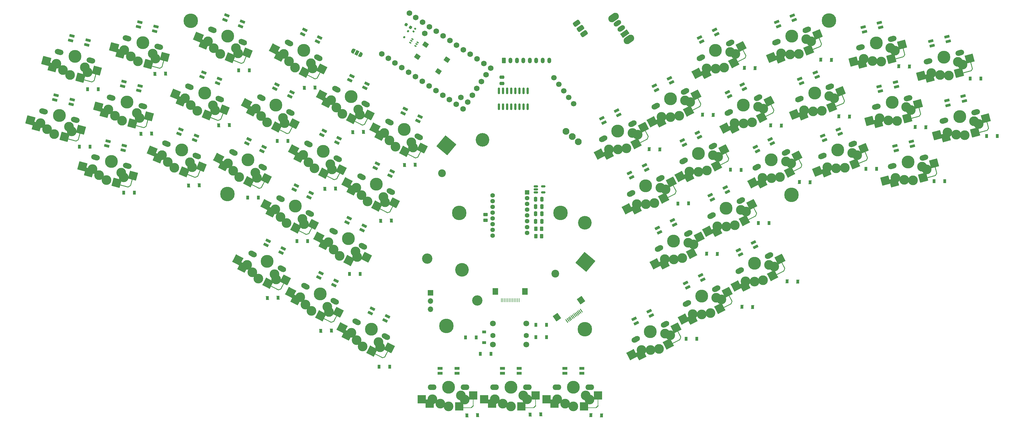
<source format=gbr>
%TF.GenerationSoftware,KiCad,Pcbnew,(6.0.4)*%
%TF.CreationDate,2023-01-07T15:23:17+01:00*%
%TF.ProjectId,Batreeq36,42617472-6565-4713-9336-2e6b69636164,rev?*%
%TF.SameCoordinates,Original*%
%TF.FileFunction,Soldermask,Bot*%
%TF.FilePolarity,Negative*%
%FSLAX46Y46*%
G04 Gerber Fmt 4.6, Leading zero omitted, Abs format (unit mm)*
G04 Created by KiCad (PCBNEW (6.0.4)) date 2023-01-07 15:23:17*
%MOMM*%
%LPD*%
G01*
G04 APERTURE LIST*
G04 Aperture macros list*
%AMRoundRect*
0 Rectangle with rounded corners*
0 $1 Rounding radius*
0 $2 $3 $4 $5 $6 $7 $8 $9 X,Y pos of 4 corners*
0 Add a 4 corners polygon primitive as box body*
4,1,4,$2,$3,$4,$5,$6,$7,$8,$9,$2,$3,0*
0 Add four circle primitives for the rounded corners*
1,1,$1+$1,$2,$3*
1,1,$1+$1,$4,$5*
1,1,$1+$1,$6,$7*
1,1,$1+$1,$8,$9*
0 Add four rect primitives between the rounded corners*
20,1,$1+$1,$2,$3,$4,$5,0*
20,1,$1+$1,$4,$5,$6,$7,0*
20,1,$1+$1,$6,$7,$8,$9,0*
20,1,$1+$1,$8,$9,$2,$3,0*%
%AMHorizOval*
0 Thick line with rounded ends*
0 $1 width*
0 $2 $3 position (X,Y) of the first rounded end (center of the circle)*
0 $4 $5 position (X,Y) of the second rounded end (center of the circle)*
0 Add line between two ends*
20,1,$1,$2,$3,$4,$5,0*
0 Add two circle primitives to create the rounded ends*
1,1,$1,$2,$3*
1,1,$1,$4,$5*%
%AMRotRect*
0 Rectangle, with rotation*
0 The origin of the aperture is its center*
0 $1 length*
0 $2 width*
0 $3 Rotation angle, in degrees counterclockwise*
0 Add horizontal line*
21,1,$1,$2,0,0,$3*%
%AMFreePoly0*
4,1,22,0.550000,-0.750000,0.000000,-0.750000,0.000000,-0.745033,-0.079941,-0.743568,-0.215256,-0.701293,-0.333266,-0.622738,-0.424486,-0.514219,-0.481581,-0.384460,-0.499164,-0.250000,-0.500000,-0.250000,-0.500000,0.250000,-0.499164,0.250000,-0.499963,0.256109,-0.478152,0.396186,-0.417904,0.524511,-0.324059,0.630769,-0.204165,0.706417,-0.067858,0.745374,0.000000,0.744959,0.000000,0.750000,
0.550000,0.750000,0.550000,-0.750000,0.550000,-0.750000,$1*%
%AMFreePoly1*
4,1,20,0.000000,0.744959,0.073905,0.744508,0.209726,0.703889,0.328688,0.626782,0.421226,0.519385,0.479903,0.390333,0.500000,0.250000,0.500000,-0.250000,0.499851,-0.262216,0.476331,-0.402017,0.414519,-0.529596,0.319384,-0.634700,0.198574,-0.708877,0.061801,-0.746166,0.000000,-0.745033,0.000000,-0.750000,-0.550000,-0.750000,-0.550000,0.750000,0.000000,0.750000,0.000000,0.744959,
0.000000,0.744959,$1*%
G04 Aperture macros list end*
%ADD10RoundRect,0.082000X-0.718000X0.328000X-0.718000X-0.328000X0.718000X-0.328000X0.718000X0.328000X0*%
%ADD11C,3.000000*%
%ADD12HorizOval,1.701800X-0.482963X0.129410X0.482963X-0.129410X0*%
%ADD13C,3.987800*%
%ADD14RotRect,2.600000X2.600000X165.000000*%
%ADD15RotRect,2.550000X2.500000X165.000000*%
%ADD16RotRect,3.000000X0.250000X345.000000*%
%ADD17RoundRect,0.062500X-0.347636X-0.272877X0.410136X0.164623X0.347636X0.272877X-0.410136X-0.164623X0*%
%ADD18RotRect,4.000000X0.250000X75.000000*%
%ADD19HorizOval,1.701800X-0.445503X-0.226995X0.445503X0.226995X0*%
%ADD20RotRect,2.550000X2.500000X207.000000*%
%ADD21RotRect,2.600000X2.600000X207.000000*%
%ADD22RotRect,3.000000X0.250000X27.000000*%
%ADD23RoundRect,0.062500X-0.075754X-0.435401X0.194636X0.396774X0.075754X0.435401X-0.194636X-0.396774X0*%
%ADD24RotRect,4.000000X0.250000X117.000000*%
%ADD25RoundRect,0.082000X-0.778427X0.130992X-0.608642X-0.502656X0.778427X-0.130992X0.608642X0.502656X0*%
%ADD26C,4.500000*%
%ADD27HorizOval,1.701800X-0.482963X-0.129410X0.482963X0.129410X0*%
%ADD28RotRect,2.600000X2.600000X195.000000*%
%ADD29RotRect,2.550000X2.500000X195.000000*%
%ADD30RotRect,4.000000X0.250000X105.000000*%
%ADD31RoundRect,0.062500X-0.164623X-0.410136X0.272877X0.347636X0.164623X0.410136X-0.272877X-0.347636X0*%
%ADD32RotRect,3.000000X0.250000X15.000000*%
%ADD33RoundRect,0.082000X-0.490834X0.618215X-0.788652X0.033715X0.490834X-0.618215X0.788652X-0.033715X0*%
%ADD34RoundRect,0.082000X-0.788652X-0.033715X-0.490834X-0.618215X0.788652X0.033715X0.490834X0.618215X0*%
%ADD35HorizOval,1.701800X-0.445503X0.226995X0.445503X-0.226995X0*%
%ADD36RotRect,2.600000X2.600000X153.000000*%
%ADD37RotRect,2.550000X2.500000X153.000000*%
%ADD38RoundRect,0.082000X-0.608642X0.502656X-0.778427X-0.130992X0.608642X-0.502656X0.778427X0.130992X0*%
%ADD39C,1.752600*%
%ADD40RoundRect,0.375000X0.829455X0.123000X0.399273X0.737364X-0.829455X-0.123000X-0.399273X-0.737364X0*%
%ADD41RotRect,4.000000X0.250000X63.000000*%
%ADD42RoundRect,0.062500X-0.396774X-0.194636X0.435401X0.075754X0.396774X0.194636X-0.435401X-0.075754X0*%
%ADD43RotRect,3.000000X0.250000X333.000000*%
%ADD44O,2.701800X1.701800*%
%ADD45R,2.600000X2.600000*%
%ADD46R,2.550000X2.500000*%
%ADD47R,3.000000X0.250000*%
%ADD48R,0.250000X4.000000*%
%ADD49RoundRect,0.062500X-0.265165X-0.353553X0.353553X0.265165X0.265165X0.353553X-0.353553X-0.265165X0*%
%ADD50RoundRect,0.082000X-0.788589X0.035149X-0.542847X-0.573084X0.788589X-0.035149X0.542847X0.573084X0*%
%ADD51HorizOval,1.701800X-0.463592X-0.187303X0.463592X0.187303X0*%
%ADD52RotRect,2.600000X2.600000X202.000000*%
%ADD53RotRect,2.550000X2.500000X202.000000*%
%ADD54RotRect,3.000000X0.250000X22.000000*%
%ADD55RotRect,4.000000X0.250000X112.000000*%
%ADD56RoundRect,0.062500X-0.113413X-0.427142X0.228476X0.378300X0.113413X0.427142X-0.228476X-0.378300X0*%
%ADD57C,3.200000*%
%ADD58C,4.200000*%
%ADD59C,2.400000*%
%ADD60C,2.100000*%
%ADD61RotRect,4.400000X4.400000X140.000000*%
%ADD62HorizOval,1.701800X-0.463592X0.187303X0.463592X-0.187303X0*%
%ADD63RotRect,2.550000X2.500000X158.000000*%
%ADD64RotRect,2.600000X2.600000X158.000000*%
%ADD65RotRect,3.000000X0.250000X338.000000*%
%ADD66RotRect,4.000000X0.250000X68.000000*%
%ADD67RoundRect,0.062500X-0.378300X-0.228476X0.427142X0.113413X0.378300X0.228476X-0.427142X-0.113413X0*%
%ADD68R,1.700000X1.700000*%
%ADD69O,1.700000X1.700000*%
%ADD70C,1.800000*%
%ADD71C,1.600000*%
%ADD72RoundRect,0.082000X-0.542847X0.573084X-0.788589X-0.035149X0.542847X-0.573084X0.788589X0.035149X0*%
%ADD73C,1.700000*%
%ADD74HorizOval,1.700000X0.000000X0.000000X0.000000X0.000000X0*%
%ADD75HorizOval,2.200000X0.532449X0.372825X-0.532449X-0.372825X0*%
%ADD76RotRect,1.500000X2.500000X125.000000*%
%ADD77HorizOval,1.500000X0.409576X0.286788X-0.409576X-0.286788X0*%
%ADD78RotRect,0.900000X1.200000X358.000000*%
%ADD79R,0.900000X1.200000*%
%ADD80RotRect,0.650000X0.400000X148.000000*%
%ADD81RoundRect,0.150000X0.034471X-0.227896X0.219943X0.068921X-0.034471X0.227896X-0.219943X-0.068921X0*%
%ADD82RoundRect,0.250000X0.250000X0.475000X-0.250000X0.475000X-0.250000X-0.475000X0.250000X-0.475000X0*%
%ADD83R,0.280000X1.250000*%
%ADD84R,1.800000X2.000000*%
%ADD85RotRect,0.900000X1.200000X2.000000*%
%ADD86RoundRect,0.150000X0.150000X-0.825000X0.150000X0.825000X-0.150000X0.825000X-0.150000X-0.825000X0*%
%ADD87RoundRect,0.140000X-0.069979X0.208813X-0.218357X-0.028640X0.069979X-0.208813X0.218357X0.028640X0*%
%ADD88RotRect,0.280000X1.250000X35.000000*%
%ADD89RotRect,1.800000X2.000000X35.000000*%
%ADD90RoundRect,0.250000X0.262500X0.450000X-0.262500X0.450000X-0.262500X-0.450000X0.262500X-0.450000X0*%
%ADD91RoundRect,0.250000X-0.262500X-0.450000X0.262500X-0.450000X0.262500X0.450000X-0.262500X0.450000X0*%
%ADD92RotRect,0.900000X1.200000X1.000000*%
%ADD93RoundRect,0.250000X0.450000X-0.262500X0.450000X0.262500X-0.450000X0.262500X-0.450000X-0.262500X0*%
%ADD94FreePoly0,153.000000*%
%ADD95RotRect,1.000000X1.500000X153.000000*%
%ADD96FreePoly1,153.000000*%
%ADD97RoundRect,0.218750X-0.321302X-0.101392X0.049719X-0.333232X0.321302X0.101392X-0.049719X0.333232X0*%
%ADD98RotRect,0.900000X1.200000X359.000000*%
%ADD99R,1.200000X0.900000*%
%ADD100RoundRect,0.250000X-0.250000X-0.475000X0.250000X-0.475000X0.250000X0.475000X-0.250000X0.475000X0*%
%ADD101R,1.400000X1.400000*%
%ADD102C,1.400000*%
%ADD103RoundRect,0.150000X-0.512500X-0.150000X0.512500X-0.150000X0.512500X0.150000X-0.512500X0.150000X0*%
%ADD104RoundRect,0.250000X0.475000X-0.250000X0.475000X0.250000X-0.475000X0.250000X-0.475000X-0.250000X0*%
%ADD105RotRect,1.600000X1.400000X325.000000*%
%ADD106RoundRect,0.250000X-0.350000X-0.625000X0.350000X-0.625000X0.350000X0.625000X-0.350000X0.625000X0*%
%ADD107O,1.200000X1.750000*%
G04 APERTURE END LIST*
D10*
%TO.C,D73*%
X239840436Y-173514437D03*
X239840436Y-175014437D03*
X245040436Y-175014437D03*
X245040436Y-173514437D03*
%TD*%
D11*
%TO.C,SW7*%
X98592421Y-93404918D03*
D12*
X99485719Y-89761990D03*
D11*
X102849463Y-96826621D03*
D13*
X104389436Y-91079362D03*
D12*
X109298500Y-92395418D03*
D11*
X108248494Y-95995678D03*
X107415399Y-94516343D03*
X100624370Y-95326294D03*
D14*
X95429014Y-92557285D03*
D15*
X97431697Y-94474244D03*
D14*
X106012871Y-97674253D03*
D16*
X108154148Y-98604182D03*
D17*
X109939451Y-98783023D03*
D18*
X110805368Y-96675723D03*
D15*
X111095576Y-95502444D03*
%TD*%
D11*
%TO.C,SW26*%
X301161184Y-146242255D03*
D19*
X293934275Y-143242996D03*
D11*
X304617437Y-142012088D03*
X303008459Y-141470177D03*
D19*
X302988699Y-138633982D03*
D13*
X298459941Y-140940766D03*
D11*
X298503703Y-146616173D03*
X295708020Y-146547951D03*
D20*
X295560952Y-148119292D03*
D21*
X292789973Y-148034770D03*
D22*
X306292755Y-144013713D03*
D23*
X307739161Y-142952018D03*
D20*
X306403194Y-139740473D03*
D21*
X304079231Y-144755436D03*
D24*
X306972603Y-140806577D03*
%TD*%
D25*
%TO.C,D42*%
X341967477Y-104647526D03*
X342355705Y-106096415D03*
X347378520Y-104750556D03*
X346990291Y-103301667D03*
%TD*%
D11*
%TO.C,SW40*%
X102542589Y-112933990D03*
X97976653Y-115244268D03*
X93719611Y-111822565D03*
X95751560Y-113743941D03*
D12*
X94612909Y-108179637D03*
D11*
X103375684Y-114413325D03*
D13*
X99516626Y-109497009D03*
D12*
X104425690Y-110813065D03*
D15*
X92558887Y-112891891D03*
D14*
X90556204Y-110974932D03*
D18*
X105932558Y-115093370D03*
D16*
X103281338Y-117021829D03*
D17*
X105066641Y-117200670D03*
D15*
X106222766Y-113920091D03*
D14*
X101140061Y-116091900D03*
%TD*%
D26*
%TO.C,H10*%
X238452436Y-125369438D03*
%TD*%
D27*
%TO.C,SW44*%
X366927533Y-94275404D03*
D11*
X363558105Y-101337457D03*
D13*
X362018131Y-95590199D03*
D27*
X357112702Y-96901180D03*
D11*
X360880954Y-101150683D03*
X358160547Y-100502696D03*
X366357183Y-97053730D03*
X367818332Y-97918324D03*
D28*
X354997140Y-101350328D03*
D29*
X357689993Y-102009123D03*
D30*
X370372672Y-97228823D03*
D28*
X366721513Y-100489825D03*
D31*
X370676416Y-99486757D03*
D32*
X369040879Y-100224528D03*
D29*
X370037360Y-96067629D03*
%TD*%
D11*
%TO.C,SW34*%
X334996043Y-78403057D03*
X332275636Y-77755070D03*
X341933421Y-75170698D03*
D13*
X336133220Y-72842573D03*
D27*
X331227791Y-74153554D03*
D11*
X337673194Y-78589831D03*
D27*
X341042622Y-71527778D03*
D11*
X340472272Y-74306104D03*
D28*
X329112229Y-78602702D03*
D29*
X331805082Y-79261497D03*
D30*
X344487761Y-74481197D03*
D29*
X344152449Y-73320003D03*
D28*
X340836602Y-77742199D03*
D31*
X344791505Y-76739131D03*
D32*
X343155968Y-77476902D03*
%TD*%
D33*
%TO.C,D85*%
X148049543Y-133999589D03*
X147368557Y-135336098D03*
X152001791Y-137696849D03*
X152682777Y-136360339D03*
%TD*%
D11*
%TO.C,SW39*%
X77609049Y-97598565D03*
X81866091Y-101020268D03*
D12*
X78502347Y-93955637D03*
D13*
X83406064Y-95273009D03*
D11*
X86432027Y-98709990D03*
X87265122Y-100189325D03*
X79640998Y-99519941D03*
D12*
X88315128Y-96589065D03*
D14*
X74445642Y-96750932D03*
D15*
X76448325Y-98667891D03*
D14*
X85029499Y-101867900D03*
D16*
X87170776Y-102797829D03*
D15*
X90112204Y-99696091D03*
D17*
X88956079Y-102976670D03*
D18*
X89821996Y-100869370D03*
%TD*%
D26*
%TO.C,H8*%
X321563075Y-65876331D03*
%TD*%
D25*
%TO.C,D56*%
X337039123Y-86244201D03*
X337427351Y-87693090D03*
X342450166Y-86347231D03*
X342061937Y-84898342D03*
%TD*%
D34*
%TO.C,D50*%
X251211132Y-96101430D03*
X251892118Y-97437940D03*
X256525352Y-95077189D03*
X255844366Y-93740680D03*
%TD*%
D11*
%TO.C,SW20*%
X170111891Y-138675631D03*
X175058384Y-137365150D03*
X166659288Y-134443612D03*
D35*
X168290472Y-131066018D03*
X177341300Y-135682091D03*
D11*
X175565703Y-138985368D03*
X168247357Y-136745467D03*
D13*
X172813134Y-133374142D03*
D36*
X163741242Y-132956793D03*
D37*
X165301602Y-135248243D03*
X178453119Y-139094854D03*
D36*
X173029938Y-140162451D03*
%TD*%
D34*
%TO.C,D57*%
X267513306Y-86059334D03*
X268194292Y-87395844D03*
X272827526Y-85035093D03*
X272146540Y-83698584D03*
%TD*%
D38*
%TO.C,D48*%
X98517320Y-103190161D03*
X98129091Y-104639050D03*
X103151906Y-105984909D03*
X103540134Y-104536020D03*
%TD*%
D25*
%TO.C,D49*%
X357999283Y-90627961D03*
X358387511Y-92076850D03*
X363410326Y-90730991D03*
X363022097Y-89282102D03*
%TD*%
D39*
%TO.C,U1*%
X185174396Y-77582685D03*
X187280152Y-79003035D03*
X189385907Y-80423385D03*
X191491662Y-81843735D03*
X193597418Y-83264085D03*
X195703173Y-84684435D03*
X197808929Y-86104785D03*
X199914684Y-87525135D03*
X202020440Y-88945485D03*
X204126195Y-90365835D03*
X206231951Y-91786185D03*
X208348890Y-93189954D03*
X216859806Y-80572003D03*
X214754050Y-79151653D03*
X212648295Y-77731303D03*
X210542540Y-76310953D03*
X208436784Y-74890603D03*
X206331029Y-73470253D03*
X204225273Y-72049903D03*
X202119518Y-70629553D03*
X200013762Y-69209203D03*
X197908007Y-67788853D03*
X195802251Y-66368503D03*
X193696496Y-64948153D03*
X209758056Y-91100780D03*
X211178406Y-88995024D03*
X212598756Y-86889269D03*
X214019106Y-84783513D03*
X215439456Y-82677758D03*
X207652301Y-89680430D03*
X196510025Y-69861447D03*
X183171019Y-76207266D03*
X191693119Y-63572733D03*
%TD*%
D40*
%TO.C,J4*%
X243483662Y-66696862D03*
X244630815Y-68335166D03*
X245777968Y-69973470D03*
%TD*%
D26*
%TO.C,H9*%
X207131342Y-125369438D03*
%TD*%
D11*
%TO.C,SW21*%
X286671920Y-151641986D03*
X284824645Y-156414064D03*
D19*
X277597736Y-153414805D03*
X286652160Y-148805791D03*
D11*
X282167164Y-156787982D03*
X288280898Y-152183897D03*
X279371481Y-156719760D03*
D13*
X282123402Y-151112575D03*
D20*
X279224413Y-158291101D03*
D21*
X276453434Y-158206579D03*
D23*
X291402622Y-153123827D03*
D24*
X290636064Y-150978386D03*
D22*
X289956216Y-154185522D03*
D21*
X287742692Y-154927245D03*
D20*
X290066655Y-149912282D03*
%TD*%
D38*
%TO.C,D46*%
X87301632Y-70632043D03*
X86913403Y-72080932D03*
X91936218Y-73426791D03*
X92324446Y-71977902D03*
%TD*%
D11*
%TO.C,SW43*%
X350325377Y-111073295D03*
X342128741Y-114522261D03*
X351786526Y-111937889D03*
D27*
X350895727Y-108294969D03*
D11*
X347526299Y-115357022D03*
X344849148Y-115170248D03*
D27*
X341080896Y-110920745D03*
D13*
X345986325Y-109609764D03*
D29*
X341658187Y-116028688D03*
D28*
X338965334Y-115369893D03*
D31*
X354644610Y-113506322D03*
D30*
X354340866Y-111248388D03*
D29*
X354005554Y-110087194D03*
D32*
X353009073Y-114244093D03*
D28*
X350689707Y-114509390D03*
%TD*%
D11*
%TO.C,SW23*%
X270684394Y-139688841D03*
X279593811Y-135152978D03*
D19*
X268910649Y-136383886D03*
D13*
X273436315Y-134081656D03*
D19*
X277965073Y-131774872D03*
D11*
X276137558Y-139383145D03*
X273480077Y-139757063D03*
X277984833Y-134611067D03*
D21*
X267766347Y-141175660D03*
D20*
X270537326Y-141260182D03*
D21*
X279055605Y-137896326D03*
D20*
X281379568Y-132881363D03*
%TD*%
D34*
%TO.C,D51*%
X293496559Y-136926574D03*
X294177545Y-138263084D03*
X298810779Y-135902333D03*
X298129793Y-134565824D03*
%TD*%
D13*
%TO.C,SW25*%
X281102507Y-107002649D03*
D11*
X281146269Y-112678056D03*
X285651025Y-107532060D03*
D19*
X285631265Y-104695865D03*
D11*
X278350586Y-112609834D03*
X287260003Y-108073971D03*
X283803750Y-112304138D03*
D19*
X276576841Y-109304879D03*
D21*
X275432539Y-114096653D03*
D20*
X278203518Y-114181175D03*
X289045760Y-105802356D03*
D22*
X288935321Y-110075596D03*
D24*
X289615169Y-106868460D03*
D21*
X286721797Y-110817319D03*
D23*
X290381727Y-109013901D03*
%TD*%
D11*
%TO.C,SW4*%
X154471486Y-78477164D03*
X161282513Y-79096847D03*
X156336020Y-80407328D03*
X152883417Y-76175309D03*
D35*
X163565429Y-77413788D03*
D11*
X161789832Y-80717065D03*
D13*
X159037263Y-75105839D03*
D35*
X154514601Y-72797715D03*
D37*
X151525731Y-76979940D03*
D36*
X149965371Y-74688490D03*
D37*
X164677248Y-80826551D03*
D36*
X159254067Y-81894148D03*
D41*
X164149442Y-81913854D03*
D42*
X162864315Y-83795070D03*
D43*
X161155210Y-83248952D03*
%TD*%
D33*
%TO.C,D61*%
X150741594Y-85660019D03*
X150060608Y-86996528D03*
X154693842Y-89357279D03*
X155374828Y-88020769D03*
%TD*%
%TO.C,D84*%
X173146933Y-126997347D03*
X172465947Y-128333856D03*
X177099181Y-130694607D03*
X177780167Y-129358097D03*
%TD*%
D38*
%TO.C,D91*%
X82406758Y-88966161D03*
X82018529Y-90415050D03*
X87041344Y-91760909D03*
X87429572Y-90312020D03*
%TD*%
D33*
%TO.C,D90*%
X190426234Y-93211642D03*
X189745248Y-94548151D03*
X194378482Y-96908902D03*
X195059468Y-95572392D03*
%TD*%
D11*
%TO.C,SW8*%
X170955228Y-94704308D03*
D13*
X173656471Y-89402819D03*
D11*
X169090694Y-92774144D03*
D35*
X178184637Y-91710768D03*
D11*
X176409040Y-95014045D03*
X167502625Y-90472289D03*
X175901721Y-93393827D03*
D35*
X169133809Y-87094695D03*
D37*
X166144939Y-91276920D03*
D36*
X164584579Y-88985470D03*
D43*
X175774418Y-97545932D03*
D41*
X178768650Y-96210834D03*
D37*
X179296456Y-95123531D03*
D42*
X177483523Y-98092050D03*
D36*
X173873275Y-96191128D03*
%TD*%
D38*
%TO.C,D83*%
X103386944Y-84775086D03*
X102998715Y-86223975D03*
X108021530Y-87569834D03*
X108409758Y-86120945D03*
%TD*%
D44*
%TO.C,SW22*%
X237362848Y-179341129D03*
D13*
X242440436Y-179344437D03*
D11*
X247440436Y-183094436D03*
X242440436Y-185294437D03*
X239902848Y-184421129D03*
X246252848Y-181881129D03*
X237442848Y-183091129D03*
D44*
X247522848Y-179345090D03*
D45*
X234167848Y-183091129D03*
D46*
X236598436Y-184424437D03*
X250062848Y-181881129D03*
D47*
X248024436Y-185638476D03*
D48*
X250086195Y-183089541D03*
D49*
X249795192Y-185349153D03*
D45*
X245715437Y-185294437D03*
%TD*%
D10*
%TO.C,D59*%
X201234852Y-173514438D03*
X201234852Y-175014438D03*
X206434852Y-175014438D03*
X206434852Y-173514438D03*
%TD*%
D50*
%TO.C,D88*%
X319612761Y-101489393D03*
X320174670Y-102880169D03*
X324996026Y-100932215D03*
X324434117Y-99541439D03*
%TD*%
D26*
%TO.C,H3*%
X245972677Y-161342170D03*
%TD*%
D33*
%TO.C,D67*%
X159367411Y-68730898D03*
X158686425Y-70067407D03*
X163319659Y-72428158D03*
X164000645Y-71091648D03*
%TD*%
D11*
%TO.C,SW33*%
X313859720Y-93650404D03*
X323130561Y-89908308D03*
X316638820Y-93962027D03*
X321574936Y-89228228D03*
D51*
X312380771Y-90203433D03*
D11*
X319318777Y-93821147D03*
D13*
X317089868Y-88304403D03*
D51*
X321802443Y-86401103D03*
D52*
X310823193Y-94877241D03*
D53*
X313576261Y-95202948D03*
D54*
X324625050Y-92048331D03*
D52*
X322355305Y-92594310D03*
D55*
X325581833Y-88912651D03*
D53*
X325107507Y-87800977D03*
D56*
X326158485Y-91116738D03*
%TD*%
D11*
%TO.C,SW16*%
X166842288Y-156023644D03*
X161388476Y-155713907D03*
X157935873Y-151481888D03*
X166334969Y-154403426D03*
X159523942Y-153783743D03*
D35*
X159567057Y-148104294D03*
X168617885Y-152720367D03*
D13*
X164089719Y-150412418D03*
D36*
X155017827Y-149995069D03*
D37*
X156578187Y-152286519D03*
D43*
X166207666Y-158555531D03*
D42*
X167916771Y-159101649D03*
D37*
X169729704Y-156133130D03*
D36*
X164306523Y-157200727D03*
D41*
X169201898Y-157220433D03*
%TD*%
D11*
%TO.C,SW28*%
X290974536Y-75638313D03*
X289127261Y-80410391D03*
X283674097Y-80716087D03*
D13*
X286426018Y-75108902D03*
D11*
X292583514Y-76180224D03*
D19*
X281900352Y-77411132D03*
D11*
X286469780Y-80784309D03*
D19*
X290954776Y-72802118D03*
D21*
X280756050Y-82202906D03*
D20*
X283527029Y-82287428D03*
D22*
X294258832Y-78181849D03*
D24*
X294938680Y-74974713D03*
D21*
X292045308Y-78923572D03*
D23*
X295705238Y-77120154D03*
D20*
X294369271Y-73908609D03*
%TD*%
D35*
%TO.C,SW5*%
X145888783Y-89726836D03*
D11*
X153164014Y-97646186D03*
X147710202Y-97336449D03*
X144257599Y-93104430D03*
X152656695Y-96025968D03*
D13*
X150411445Y-92034960D03*
D35*
X154939611Y-94342909D03*
D11*
X145845668Y-95406285D03*
D36*
X141339553Y-91617611D03*
D37*
X142899913Y-93909061D03*
D36*
X150628249Y-98823269D03*
D42*
X154238497Y-100724191D03*
D37*
X156051430Y-97755672D03*
D41*
X155523624Y-98842975D03*
D43*
X152529392Y-100178073D03*
%TD*%
D34*
%TO.C,D72*%
X298714270Y-104952957D03*
X299395256Y-106289467D03*
X304028490Y-103928716D03*
X303347504Y-102592207D03*
%TD*%
D10*
%TO.C,D66*%
X220514848Y-173511130D03*
X220514848Y-175011130D03*
X225714848Y-175011130D03*
X225714848Y-173511130D03*
%TD*%
D57*
%TO.C,SW36*%
X197228052Y-139501819D03*
D58*
X207996008Y-142991378D03*
D59*
X201809741Y-113113345D03*
D57*
X212691390Y-152477497D03*
D59*
X236894041Y-144162398D03*
D58*
X245986230Y-128418738D03*
X214365675Y-102810086D03*
D60*
X243984085Y-103369716D03*
X240153863Y-100155778D03*
X242068974Y-101762747D03*
D61*
X246205658Y-140541280D03*
X203178553Y-104440241D03*
%TD*%
D35*
%TO.C,SW15*%
X160932999Y-125569020D03*
D11*
X153703590Y-128562560D03*
X150250987Y-124330541D03*
D13*
X156404833Y-123261071D03*
D11*
X158650083Y-127252079D03*
X151839056Y-126632396D03*
X159157402Y-128872297D03*
D35*
X151882171Y-120952947D03*
D36*
X147332941Y-122843722D03*
D37*
X148893301Y-125135172D03*
D43*
X158522780Y-131404184D03*
D41*
X161517012Y-130069086D03*
D37*
X162044818Y-128981783D03*
D42*
X160231885Y-131950302D03*
D36*
X156621637Y-130049380D03*
%TD*%
D27*
%TO.C,SW45*%
X361960169Y-75868698D03*
D11*
X361389819Y-78647024D03*
X353193183Y-82095990D03*
D13*
X357050767Y-77183493D03*
D27*
X352145338Y-78494474D03*
D11*
X355913590Y-82743977D03*
X362850968Y-79511618D03*
X358590741Y-82930751D03*
D29*
X352722629Y-83602417D03*
D28*
X350029776Y-82943622D03*
D30*
X365405308Y-78822117D03*
D29*
X365069996Y-77660923D03*
D32*
X364073515Y-81817822D03*
D28*
X361754149Y-82083119D03*
D31*
X365709052Y-81080051D03*
%TD*%
D34*
%TO.C,D44*%
X259836951Y-113030556D03*
X260517937Y-114367066D03*
X265151171Y-112006315D03*
X264470185Y-110669806D03*
%TD*%
%TO.C,D65*%
X284764942Y-119917586D03*
X285445928Y-121254096D03*
X290079162Y-118893345D03*
X289398176Y-117556836D03*
%TD*%
D33*
%TO.C,D41*%
X164419867Y-144037476D03*
X163738881Y-145373985D03*
X168372115Y-147734736D03*
X169053101Y-146398226D03*
%TD*%
D27*
%TO.C,SW31*%
X345968847Y-89887825D03*
X336154016Y-92513601D03*
D11*
X339922268Y-96763104D03*
X342599419Y-96949878D03*
X345398497Y-92666151D03*
D13*
X341059445Y-91202620D03*
D11*
X337201861Y-96115117D03*
X346859646Y-93530745D03*
D28*
X334038454Y-96962749D03*
D29*
X336731307Y-97621544D03*
D32*
X348082193Y-95836949D03*
D31*
X349717730Y-95099178D03*
D29*
X349078674Y-91680050D03*
D28*
X345762827Y-96102246D03*
D30*
X349413986Y-92841244D03*
%TD*%
D35*
%TO.C,SW41*%
X184477129Y-163689927D03*
D11*
X175383186Y-164753303D03*
X182194213Y-165372986D03*
X177247720Y-166683467D03*
X182701532Y-166993204D03*
X173795117Y-162451448D03*
D35*
X175426301Y-159073854D03*
D13*
X179948963Y-161381978D03*
D37*
X172437431Y-163256079D03*
D36*
X170877071Y-160964629D03*
D42*
X183776015Y-170071209D03*
D41*
X185061142Y-168189993D03*
D37*
X185588948Y-167102690D03*
D36*
X180165767Y-168170287D03*
D43*
X182066910Y-169525091D03*
%TD*%
D26*
%TO.C,H2*%
X203186436Y-160340438D03*
%TD*%
D11*
%TO.C,SW30*%
X306378895Y-114268638D03*
X300925731Y-114574334D03*
X309835148Y-110038471D03*
D19*
X308206410Y-106660365D03*
D11*
X308226170Y-109496560D03*
X303721414Y-114642556D03*
D13*
X303677652Y-108967149D03*
D19*
X299151986Y-111269379D03*
D20*
X300778663Y-116145675D03*
D21*
X298007684Y-116061153D03*
D22*
X311510466Y-112040096D03*
D21*
X309296942Y-112781819D03*
D20*
X311620905Y-107766856D03*
D24*
X312190314Y-108832960D03*
D23*
X312956872Y-110978401D03*
%TD*%
D11*
%TO.C,SW42*%
X266283579Y-167846342D03*
X263487896Y-167778120D03*
X268941060Y-167472424D03*
D13*
X266239817Y-162170935D03*
D19*
X270768575Y-159864151D03*
D11*
X272397313Y-163242257D03*
D19*
X261714151Y-164473165D03*
D11*
X270788335Y-162700346D03*
D20*
X263340828Y-169349461D03*
D21*
X260569849Y-169264939D03*
D22*
X274072631Y-165243882D03*
D21*
X271859107Y-165985605D03*
D23*
X275519037Y-164182187D03*
D20*
X274183070Y-160970642D03*
D24*
X274752479Y-162036746D03*
%TD*%
D34*
%TO.C,D64*%
X281462634Y-71094710D03*
X282143620Y-72431220D03*
X286776854Y-70070469D03*
X286095868Y-68733960D03*
%TD*%
D11*
%TO.C,SW6*%
X117001660Y-109673498D03*
X123840778Y-109697203D03*
X119027323Y-111433813D03*
D13*
X121256232Y-105917069D03*
D62*
X116549614Y-104011904D03*
D11*
X115219014Y-107518811D03*
X124487377Y-111267040D03*
D62*
X125968318Y-107821579D03*
D63*
X113936623Y-108438711D03*
D64*
X112182487Y-106291975D03*
D63*
X127373348Y-111124454D03*
D64*
X122063851Y-112660649D03*
D65*
X124075838Y-113844603D03*
D66*
X126942316Y-112253620D03*
D67*
X125826037Y-114239684D03*
%TD*%
D11*
%TO.C,SW12*%
X207647266Y-181881131D03*
X203834854Y-185294439D03*
X208834854Y-183094438D03*
D13*
X203834854Y-179344439D03*
D11*
X198837266Y-183091131D03*
D44*
X208917266Y-179345092D03*
D11*
X201297266Y-184421131D03*
D44*
X198757266Y-179341131D03*
D46*
X197992854Y-184424439D03*
D45*
X195562266Y-183091131D03*
D48*
X211480613Y-183089543D03*
D46*
X211457266Y-181881131D03*
D45*
X207109855Y-185294439D03*
D47*
X209418854Y-185638478D03*
D49*
X211189610Y-185349155D03*
%TD*%
D33*
%TO.C,D54*%
X165360798Y-99957003D03*
X164679812Y-101293512D03*
X169313046Y-103654263D03*
X169994032Y-102317753D03*
%TD*%
D11*
%TO.C,SW1*%
X129454059Y-72285823D03*
X131236705Y-74440510D03*
D13*
X135491277Y-70684081D03*
D62*
X130784659Y-68778916D03*
X140203363Y-72588591D03*
D11*
X133262368Y-76200825D03*
X138722422Y-76034052D03*
X138075823Y-74464215D03*
D63*
X128171668Y-73205723D03*
D64*
X126417532Y-71058987D03*
X136298896Y-77427661D03*
D63*
X141608393Y-75891466D03*
D65*
X138310883Y-78611615D03*
D67*
X140061082Y-79006696D03*
D66*
X141177361Y-77020632D03*
%TD*%
D50*
%TO.C,D71*%
X305377714Y-66256406D03*
X305939623Y-67647182D03*
X310760979Y-65699228D03*
X310199070Y-64308452D03*
%TD*%
D33*
%TO.C,D69*%
X156734981Y-116886128D03*
X156053995Y-118222637D03*
X160687229Y-120583388D03*
X161368215Y-119246878D03*
%TD*%
D34*
%TO.C,D58*%
X268473580Y-130063421D03*
X269154566Y-131399931D03*
X273787800Y-129039180D03*
X273106814Y-127702671D03*
%TD*%
%TO.C,D86*%
X276139123Y-102988458D03*
X276820109Y-104324968D03*
X281453343Y-101964217D03*
X280772357Y-100627708D03*
%TD*%
D11*
%TO.C,SW11*%
X145018150Y-145676022D03*
X150471962Y-145985759D03*
D13*
X147719393Y-140374533D03*
D11*
X149964643Y-144365541D03*
D35*
X152247559Y-142682482D03*
D11*
X141565547Y-141444003D03*
X143153616Y-143745858D03*
D35*
X143196731Y-138066409D03*
D37*
X140207861Y-142248634D03*
D36*
X138647501Y-139957184D03*
D41*
X152831572Y-147182548D03*
D43*
X149837340Y-148517646D03*
D42*
X151546445Y-149063764D03*
D37*
X153359378Y-146095245D03*
D36*
X147936197Y-147162842D03*
%TD*%
D68*
%TO.C,J5*%
X198220436Y-150134438D03*
D69*
X198220436Y-152674438D03*
X198220436Y-155214438D03*
%TD*%
D33*
%TO.C,D52*%
X180282762Y-155005183D03*
X179601776Y-156341692D03*
X184235010Y-158702443D03*
X184915996Y-157365933D03*
%TD*%
D50*
%TO.C,D63*%
X312495235Y-83872898D03*
X313057144Y-85263674D03*
X317878500Y-83315720D03*
X317316591Y-81924944D03*
%TD*%
D70*
%TO.C,HAT1*%
X217557347Y-159592101D03*
D71*
X217557347Y-163292101D03*
D70*
X217557347Y-166092101D03*
X227857347Y-166092101D03*
D71*
X227857347Y-163292101D03*
D70*
X227857347Y-159592101D03*
%TD*%
D19*
%TO.C,SW19*%
X260274667Y-119346979D03*
D11*
X270957829Y-118116071D03*
X267501576Y-122346238D03*
X264844095Y-122720156D03*
D19*
X269329091Y-114737965D03*
D13*
X264800333Y-117044749D03*
D11*
X269348851Y-117574160D03*
X262048412Y-122651934D03*
D20*
X261901344Y-124223275D03*
D21*
X259130365Y-124138753D03*
D20*
X272743586Y-115844456D03*
D22*
X272633147Y-120117696D03*
D24*
X273312995Y-116910560D03*
D23*
X274079553Y-119056001D03*
D21*
X270419623Y-120859419D03*
%TD*%
D33*
%TO.C,D62*%
X142115772Y-102589145D03*
X141434786Y-103925654D03*
X146068020Y-106286405D03*
X146749006Y-104949895D03*
%TD*%
D13*
%TO.C,SW3*%
X109299485Y-72708973D03*
D11*
X107759512Y-78456232D03*
X113158543Y-77625289D03*
D12*
X104395768Y-71391601D03*
D11*
X105534419Y-76955905D03*
X103502470Y-75034529D03*
D12*
X114208549Y-74025029D03*
D11*
X112325448Y-76145954D03*
D15*
X102341746Y-76103855D03*
D14*
X100339063Y-74186896D03*
D15*
X116005625Y-77132055D03*
D14*
X110922920Y-79303864D03*
D18*
X115715417Y-78305334D03*
D16*
X113064197Y-80233793D03*
D17*
X114849500Y-80412634D03*
%TD*%
D25*
%TO.C,D87*%
X332112898Y-67884155D03*
X332501126Y-69333044D03*
X337523941Y-67987185D03*
X337135712Y-66538296D03*
%TD*%
D72*
%TO.C,D60*%
X135264557Y-64304622D03*
X134702648Y-65695398D03*
X139524004Y-67643352D03*
X140085913Y-66252576D03*
%TD*%
D11*
%TO.C,SW10*%
X135631779Y-110033556D03*
D35*
X137262963Y-106655962D03*
D13*
X141785625Y-108964086D03*
D35*
X146313791Y-111272035D03*
D11*
X144538194Y-114575312D03*
X144030875Y-112955094D03*
X139084382Y-114265575D03*
X137219848Y-112335411D03*
D36*
X132713733Y-108546737D03*
D37*
X134274093Y-110838187D03*
D42*
X145612677Y-117653317D03*
D37*
X147425610Y-114684798D03*
D43*
X143903572Y-117107199D03*
D36*
X142002429Y-115752395D03*
D41*
X146897804Y-115772101D03*
%TD*%
D51*
%TO.C,SW32*%
X314684923Y-68784611D03*
D11*
X312201257Y-76204655D03*
X316013041Y-72291816D03*
X314457416Y-71611736D03*
D51*
X305263251Y-72586941D03*
D11*
X309521300Y-76345535D03*
X306742200Y-76033912D03*
D13*
X309972348Y-70687911D03*
D52*
X303705673Y-77260749D03*
D53*
X306458741Y-77586456D03*
D54*
X317507530Y-74431839D03*
D53*
X317989987Y-70184485D03*
D56*
X319040965Y-73500246D03*
D52*
X315237785Y-74977818D03*
D55*
X318464313Y-71296159D03*
%TD*%
D25*
%TO.C,D92*%
X353031919Y-72221255D03*
X353420147Y-73670144D03*
X358442962Y-72324285D03*
X358054733Y-70875396D03*
%TD*%
D35*
%TO.C,SW9*%
X160507987Y-104023822D03*
D11*
X158876803Y-107401416D03*
X167783218Y-111943172D03*
D35*
X169558815Y-108639895D03*
D13*
X165030649Y-106331946D03*
D11*
X162329406Y-111633435D03*
X160464872Y-109703271D03*
X167275899Y-110322954D03*
D36*
X155958757Y-105914597D03*
D37*
X157519117Y-108206047D03*
D42*
X168857701Y-115021177D03*
D37*
X170670634Y-112052658D03*
D36*
X165247453Y-113120255D03*
D41*
X170142828Y-113139961D03*
D43*
X167148596Y-114475059D03*
%TD*%
D11*
%TO.C,SW13*%
X183942239Y-100656054D03*
X185530308Y-102957909D03*
D35*
X194624251Y-101894533D03*
X185573423Y-97278460D03*
D11*
X187394842Y-104888073D03*
X192848654Y-105197810D03*
X192341335Y-103577592D03*
D13*
X190096085Y-99586584D03*
D37*
X182584553Y-101460685D03*
D36*
X181024193Y-99169235D03*
X190312889Y-106374893D03*
D42*
X193923137Y-108275815D03*
D43*
X192214032Y-107729697D03*
D37*
X195736070Y-105307296D03*
D41*
X195208264Y-106394599D03*
%TD*%
D33*
%TO.C,D47*%
X181800412Y-110140765D03*
X181119426Y-111477274D03*
X185752660Y-113838025D03*
X186433646Y-112501515D03*
%TD*%
D11*
%TO.C,SW38*%
X84535872Y-81185823D03*
D13*
X88300938Y-76938891D03*
D12*
X83397221Y-75621519D03*
D11*
X91326901Y-80375872D03*
X92159996Y-81855207D03*
X86760965Y-82686150D03*
D12*
X93210002Y-78254947D03*
D11*
X82503923Y-79264447D03*
D14*
X79340516Y-78416814D03*
D15*
X81343199Y-80333773D03*
X95007078Y-81361973D03*
D17*
X93850953Y-84642552D03*
D16*
X92065650Y-84463711D03*
D14*
X89924373Y-83533782D03*
D18*
X94716870Y-82535252D03*
%TD*%
D11*
%TO.C,SW18*%
X253422592Y-105722808D03*
D19*
X260703271Y-97808839D03*
X251648847Y-102417853D03*
D11*
X262332009Y-101186945D03*
X256218275Y-105791030D03*
D13*
X256174513Y-100115623D03*
D11*
X260723031Y-100645034D03*
X258875756Y-105417112D03*
D20*
X253275524Y-107294149D03*
D21*
X250504545Y-107209627D03*
D22*
X264007327Y-103188570D03*
D20*
X264117766Y-98915330D03*
D21*
X261793803Y-103930293D03*
D24*
X264687175Y-99981434D03*
D23*
X265453733Y-102126875D03*
%TD*%
D34*
%TO.C,D89*%
X261277082Y-158152700D03*
X261958068Y-159489210D03*
X266591302Y-157128459D03*
X265910316Y-155791950D03*
%TD*%
D26*
%TO.C,H1*%
X135449344Y-119546080D03*
%TD*%
D11*
%TO.C,SW24*%
X278634182Y-91144848D03*
D19*
X267951020Y-92375756D03*
D11*
X277025204Y-90602937D03*
X269724765Y-95680711D03*
D19*
X277005444Y-87766742D03*
D11*
X275177929Y-95375015D03*
X272520448Y-95748933D03*
D13*
X272476686Y-90073526D03*
D20*
X269577697Y-97252052D03*
D21*
X266806718Y-97167530D03*
D23*
X281755906Y-92084778D03*
D22*
X280309500Y-93146473D03*
D24*
X280989348Y-89939337D03*
D20*
X280419939Y-88873233D03*
D21*
X278095976Y-93888196D03*
%TD*%
D11*
%TO.C,SW17*%
X220577260Y-184417822D03*
X228114848Y-183091129D03*
D13*
X223114848Y-179341130D03*
D44*
X218037260Y-179337822D03*
X228197260Y-179341783D03*
D11*
X226927260Y-181877822D03*
X223114848Y-185291130D03*
X218117260Y-183087822D03*
D46*
X217272848Y-184421130D03*
D45*
X214842260Y-183087822D03*
D49*
X230469604Y-185345846D03*
D46*
X230737260Y-181877822D03*
D48*
X230760607Y-183086234D03*
D45*
X226389849Y-185291130D03*
D47*
X228698848Y-185635169D03*
%TD*%
D34*
%TO.C,D70*%
X290088454Y-88023835D03*
X290769440Y-89360345D03*
X295402674Y-86999594D03*
X294721688Y-85663085D03*
%TD*%
D73*
%TO.C,U5*%
X236420970Y-83535811D03*
D74*
X237949581Y-85564345D03*
X239478191Y-87592879D03*
X241006801Y-89621413D03*
X242535411Y-91649948D03*
%TD*%
D34*
%TO.C,D45*%
X277160020Y-147098382D03*
X277841006Y-148434892D03*
X282474240Y-146074141D03*
X281793254Y-144737632D03*
%TD*%
D72*
%TO.C,D55*%
X121029509Y-99537609D03*
X120467600Y-100928385D03*
X125288956Y-102876339D03*
X125850865Y-101485563D03*
%TD*%
D75*
%TO.C,SW37*%
X254891672Y-64964955D03*
X259594999Y-71682001D03*
D76*
X258390488Y-69961782D03*
D77*
X257243335Y-68323478D03*
X256096182Y-66685174D03*
%TD*%
D19*
%TO.C,SW29*%
X290526170Y-94340257D03*
D11*
X299600354Y-92567438D03*
D13*
X295051836Y-92038027D03*
D11*
X301209332Y-93109349D03*
X295095598Y-97713434D03*
X297753079Y-97339516D03*
D19*
X299580594Y-89731243D03*
D11*
X292299915Y-97645212D03*
D20*
X292152847Y-99216553D03*
D21*
X289381868Y-99132031D03*
D23*
X304331056Y-94049279D03*
D20*
X302995089Y-90837734D03*
D22*
X302884650Y-95110974D03*
D24*
X303564498Y-91903838D03*
D21*
X300671126Y-95852697D03*
%TD*%
D11*
%TO.C,SW46*%
X323756347Y-111578521D03*
X326436304Y-111437641D03*
D13*
X324207395Y-105920897D03*
D51*
X319498298Y-107819927D03*
D11*
X328692463Y-106844722D03*
D51*
X328919970Y-104017597D03*
D11*
X320977247Y-111266898D03*
X330248088Y-107524802D03*
D52*
X317940720Y-112493735D03*
D53*
X320693788Y-112819442D03*
D56*
X333276012Y-108733232D03*
D55*
X332699360Y-106529145D03*
D53*
X332225034Y-105417471D03*
D54*
X331742577Y-109664825D03*
D52*
X329472832Y-110210804D03*
%TD*%
D11*
%TO.C,SW2*%
X124119472Y-92057412D03*
D13*
X128374044Y-88300983D03*
D11*
X126145135Y-93817727D03*
X131605189Y-93650954D03*
X130958590Y-92081117D03*
X122336826Y-89902725D03*
D62*
X133086130Y-90205493D03*
X123667426Y-86395818D03*
D63*
X121054435Y-90822625D03*
D64*
X119300299Y-88675889D03*
D66*
X134060128Y-94637534D03*
D65*
X131193650Y-96228517D03*
D63*
X134491160Y-93508368D03*
D64*
X129181663Y-95044563D03*
D67*
X132943849Y-96623598D03*
%TD*%
D26*
%TO.C,H5*%
X124112666Y-65939356D03*
%TD*%
D38*
%TO.C,D53*%
X108296995Y-66404695D03*
X107908766Y-67853584D03*
X112931581Y-69199443D03*
X113319809Y-67750554D03*
%TD*%
D13*
%TO.C,SW27*%
X289728323Y-123931778D03*
D11*
X292429566Y-129233267D03*
D19*
X294257081Y-121624994D03*
D11*
X294276841Y-124461189D03*
X286976402Y-129538963D03*
X289772085Y-129607185D03*
X295885819Y-125003100D03*
D19*
X285202657Y-126234008D03*
D21*
X284058355Y-131025782D03*
D20*
X286829334Y-131110304D03*
D23*
X299007543Y-125943030D03*
D24*
X298240985Y-123797589D03*
D21*
X295347613Y-127746448D03*
D22*
X297561137Y-127004725D03*
D20*
X297671576Y-122731485D03*
%TD*%
D11*
%TO.C,SW14*%
X178769020Y-121817198D03*
X184222832Y-122126935D03*
D35*
X185998429Y-118823658D03*
D13*
X181470263Y-116515709D03*
D11*
X183715513Y-120506717D03*
X175316417Y-117585179D03*
D35*
X176947601Y-114207585D03*
D11*
X176904486Y-119887034D03*
D37*
X173958731Y-118389810D03*
D36*
X172398371Y-116098360D03*
D41*
X186582442Y-123323724D03*
D37*
X187110248Y-122236421D03*
D36*
X181687067Y-123304018D03*
D42*
X185297315Y-125204940D03*
D43*
X183588210Y-124658822D03*
%TD*%
D33*
%TO.C,D74*%
X173986620Y-83027877D03*
X173305634Y-84364386D03*
X177938868Y-86725137D03*
X178619854Y-85388627D03*
%TD*%
D26*
%TO.C,H4*%
X309907997Y-119800077D03*
%TD*%
D72*
%TO.C,D68*%
X128147323Y-81921524D03*
X127585414Y-83312300D03*
X132406770Y-85260254D03*
X132968679Y-83869478D03*
%TD*%
D78*
%TO.C,D29*%
X303505441Y-98260854D03*
X306803431Y-98376022D03*
%TD*%
D79*
%TO.C,D39*%
X230860436Y-160040438D03*
X234160436Y-160040438D03*
%TD*%
D80*
%TO.C,U6*%
X194302529Y-72616630D03*
X193958082Y-73167861D03*
X193613634Y-73719093D03*
X192002343Y-72712246D03*
X192346790Y-72161015D03*
X192691238Y-71609783D03*
%TD*%
D81*
%TO.C,D40*%
X190131277Y-71078492D03*
X191323595Y-69170384D03*
%TD*%
D82*
%TO.C,C4*%
X232673275Y-121136078D03*
X230773275Y-121136078D03*
%TD*%
D79*
%TO.C,D15*%
X156946436Y-134132438D03*
X160246436Y-134132438D03*
%TD*%
D83*
%TO.C,J2*%
X220142000Y-152428000D03*
X220642000Y-152428000D03*
X221142000Y-152428000D03*
X221642000Y-152428000D03*
X222142000Y-152428000D03*
X222642000Y-152428000D03*
X223142000Y-152428000D03*
X223642000Y-152428000D03*
X224142000Y-152428000D03*
X224642000Y-152428000D03*
X225142000Y-152428000D03*
X225642000Y-152428000D03*
D84*
X227442000Y-149704000D03*
X218342000Y-149704000D03*
%TD*%
D85*
%TO.C,D3*%
X112972349Y-82374022D03*
X116270339Y-82258854D03*
%TD*%
D78*
%TO.C,D23*%
X283683441Y-137996854D03*
X286981431Y-138112022D03*
%TD*%
D86*
%TO.C,U2*%
X228286347Y-92557081D03*
X227016347Y-92557081D03*
X225746347Y-92557081D03*
X224476347Y-92557081D03*
X223206347Y-92557081D03*
X221936347Y-92557081D03*
X220666347Y-92557081D03*
X219396347Y-92557081D03*
X219396347Y-87607081D03*
X220666347Y-87607081D03*
X221936347Y-87607081D03*
X223206347Y-87607081D03*
X224476347Y-87607081D03*
X225746347Y-87607081D03*
X227016347Y-87607081D03*
X228286347Y-87607081D03*
%TD*%
D79*
%TO.C,D37*%
X213622000Y-168964003D03*
X216922000Y-168964003D03*
%TD*%
D87*
%TO.C,C6*%
X193521797Y-68447375D03*
X193013075Y-69261501D03*
%TD*%
D79*
%TO.C,D10*%
X141706436Y-120670438D03*
X145006436Y-120670438D03*
%TD*%
D85*
%TO.C,D9*%
X165583441Y-117934022D03*
X168881431Y-117818854D03*
%TD*%
D79*
%TO.C,D27*%
X299694436Y-128544438D03*
X302994436Y-128544438D03*
%TD*%
D88*
%TO.C,J1*%
X240409538Y-158811267D03*
X240819114Y-158524479D03*
X241228690Y-158237691D03*
X241638266Y-157950903D03*
X242047842Y-157664114D03*
X242457418Y-157377326D03*
X242866994Y-157090538D03*
X243276570Y-156803750D03*
X243686146Y-156516962D03*
X244095722Y-156230173D03*
X244505298Y-155943385D03*
X244914874Y-155656597D03*
D89*
X244826926Y-152392789D03*
X237372642Y-157612335D03*
%TD*%
D78*
%TO.C,D22*%
X247879441Y-187922854D03*
X251177431Y-188038022D03*
%TD*%
D90*
%TO.C,R1*%
X232635773Y-132566079D03*
X230810773Y-132566079D03*
%TD*%
D91*
%TO.C,R2*%
X230810775Y-130280080D03*
X232635775Y-130280080D03*
%TD*%
D92*
%TO.C,D19*%
X274802687Y-122477234D03*
X278102185Y-122419642D03*
%TD*%
D79*
%TO.C,D81*%
X370306436Y-101620438D03*
X373606436Y-101620438D03*
%TD*%
D78*
%TO.C,D21*%
X294615441Y-154394854D03*
X297913431Y-154510022D03*
%TD*%
D93*
%TO.C,R3*%
X215272001Y-127712503D03*
X215272001Y-125887503D03*
%TD*%
D79*
%TO.C,D82*%
X365226436Y-83840438D03*
X368526436Y-83840438D03*
%TD*%
%TO.C,D38*%
X230860436Y-163850438D03*
X234160436Y-163850438D03*
%TD*%
D85*
%TO.C,D16*%
X164313441Y-161876022D03*
X167611431Y-161760854D03*
%TD*%
D94*
%TO.C,JP1*%
X176645744Y-76429626D03*
D95*
X175487436Y-75839438D03*
D96*
X174329128Y-75249250D03*
%TD*%
D78*
%TO.C,D24*%
X282423441Y-94958854D03*
X285721431Y-95074022D03*
%TD*%
D85*
%TO.C,D17*%
X229083441Y-187784022D03*
X232381431Y-187668854D03*
%TD*%
D78*
%TO.C,D30*%
X312395441Y-115786854D03*
X315693431Y-115902022D03*
%TD*%
D85*
%TO.C,D7*%
X108687441Y-100916022D03*
X111985431Y-100800854D03*
%TD*%
D97*
%TO.C,F1*%
X190694598Y-67167127D03*
X192030274Y-68001749D03*
%TD*%
D79*
%TO.C,D80*%
X354050436Y-115590438D03*
X357350436Y-115590438D03*
%TD*%
D98*
%TO.C,D25*%
X291058687Y-112005642D03*
X294358185Y-112063234D03*
%TD*%
D99*
%TO.C,D35*%
X214857436Y-162234004D03*
X214857436Y-165534004D03*
%TD*%
D79*
%TO.C,D20*%
X173202436Y-144292438D03*
X176502436Y-144292438D03*
%TD*%
D85*
%TO.C,D6*%
X123419441Y-116918022D03*
X126717431Y-116802854D03*
%TD*%
%TO.C,D14*%
X182855441Y-127840022D03*
X186153431Y-127724854D03*
%TD*%
D78*
%TO.C,D34*%
X343129441Y-79972854D03*
X346427431Y-80088022D03*
%TD*%
D79*
%TO.C,D5*%
X150850436Y-103144438D03*
X154150436Y-103144438D03*
%TD*%
D100*
%TO.C,C3*%
X230773275Y-123422082D03*
X232673275Y-123422082D03*
%TD*%
D85*
%TO.C,D2*%
X132753441Y-98322022D03*
X136051431Y-98206854D03*
%TD*%
D78*
%TO.C,D18*%
X265913441Y-105626854D03*
X269211431Y-105742022D03*
%TD*%
D85*
%TO.C,D12*%
X209525441Y-188038022D03*
X212823431Y-187922854D03*
%TD*%
D79*
%TO.C,D1*%
X138912436Y-81300438D03*
X142212436Y-81300438D03*
%TD*%
D101*
%TO.C,U4*%
X228135346Y-119074438D03*
D102*
X228135346Y-120854438D03*
X228135346Y-122634438D03*
X228135346Y-124414438D03*
X228135346Y-126194438D03*
X228135346Y-127974438D03*
X228135346Y-129754438D03*
X228135346Y-131534438D03*
X217435346Y-132424438D03*
X217435346Y-130644438D03*
X217435346Y-128864438D03*
X217435346Y-127084438D03*
X217435346Y-125304438D03*
X217435346Y-123524438D03*
X217435346Y-121744438D03*
X217435346Y-119964438D03*
%TD*%
D79*
%TO.C,D78*%
X182346436Y-172994438D03*
X185646436Y-172994438D03*
%TD*%
D78*
%TO.C,D32*%
X318999441Y-77940854D03*
X322297431Y-78056022D03*
%TD*%
D85*
%TO.C,D4*%
X159233441Y-86692022D03*
X162531431Y-86576854D03*
%TD*%
D79*
%TO.C,D77*%
X103352436Y-119146438D03*
X106652436Y-119146438D03*
%TD*%
%TO.C,D79*%
X277342436Y-164358438D03*
X280642436Y-164358438D03*
%TD*%
D78*
%TO.C,D28*%
X295377441Y-80480854D03*
X298675431Y-80596022D03*
%TD*%
D79*
%TO.C,D75*%
X92176436Y-87142438D03*
X95476436Y-87142438D03*
%TD*%
D78*
%TO.C,D26*%
X308585441Y-146520854D03*
X311883431Y-146636022D03*
%TD*%
D103*
%TO.C,U3*%
X230839772Y-119038078D03*
X230839772Y-118088078D03*
X230839772Y-117138078D03*
X233114772Y-117138078D03*
X233114772Y-119038078D03*
%TD*%
D78*
%TO.C,D31*%
X348209441Y-98768854D03*
X351507431Y-98884022D03*
%TD*%
D85*
%TO.C,D13*%
X190221441Y-110568022D03*
X193519431Y-110452854D03*
%TD*%
D104*
%TO.C,C5*%
X220351998Y-85332002D03*
X220351998Y-83432002D03*
%TD*%
D79*
%TO.C,D43*%
X332968436Y-111780438D03*
X336268436Y-111780438D03*
%TD*%
D100*
%TO.C,C1*%
X230773274Y-127994079D03*
X232673274Y-127994079D03*
%TD*%
D105*
%TO.C,SW35*%
X203295591Y-77941652D03*
X196742375Y-73353040D03*
X200714497Y-81627836D03*
X194161281Y-77039224D03*
%TD*%
D85*
%TO.C,D8*%
X174219440Y-100408022D03*
X177517430Y-100292854D03*
%TD*%
D100*
%TO.C,C2*%
X230773273Y-125627258D03*
X232673273Y-125627258D03*
%TD*%
D85*
%TO.C,D11*%
X147803441Y-151716022D03*
X151101431Y-151600854D03*
%TD*%
D79*
%TO.C,D36*%
X212349999Y-163884001D03*
X209049999Y-163884001D03*
%TD*%
%TO.C,D76*%
X89636436Y-104922438D03*
X92936436Y-104922438D03*
%TD*%
D78*
%TO.C,D33*%
X324587441Y-95466854D03*
X327885431Y-95582022D03*
%TD*%
D106*
%TO.C,J3*%
X220972000Y-78196003D03*
D107*
X222972000Y-78196003D03*
X224972000Y-78196003D03*
X226972000Y-78196003D03*
X228972000Y-78196003D03*
X230972000Y-78196003D03*
X232972000Y-78196003D03*
X234972000Y-78196003D03*
%TD*%
M02*

</source>
